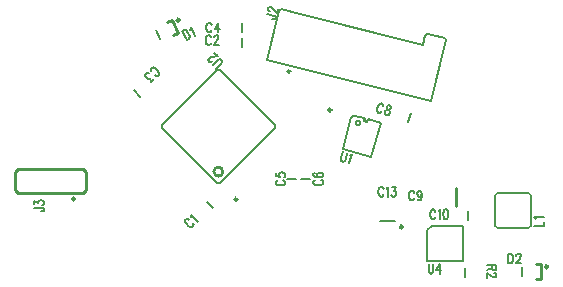
<source format=gto>
*
*
G04 PADS 9.3.1 Build Number: 456998 generated Gerber (RS-274-X) file*
G04 PC Version=2.1*
*
%IN "avago_ssi_rev1.pcb"*%
*
%MOIN*%
*
%FSLAX35Y35*%
*
*
*
*
G04 PC Standard Apertures*
*
*
G04 Thermal Relief Aperture macro.*
%AMTER*
1,1,$1,0,0*
1,0,$1-$2,0,0*
21,0,$3,$4,0,0,45*
21,0,$3,$4,0,0,135*
%
*
*
G04 Annular Aperture macro.*
%AMANN*
1,1,$1,0,0*
1,0,$2,0,0*
%
*
*
G04 Odd Aperture macro.*
%AMODD*
1,1,$1,0,0*
1,0,$1-0.005,0,0*
%
*
*
G04 PC Custom Aperture Macros*
*
*
*
*
*
*
G04 PC Aperture Table*
*
%ADD010C,0.001*%
%ADD013C,0.00787*%
%ADD019C,0.01*%
%ADD039C,0.00787*%
%ADD040C,0.01024*%
%ADD041C,0.005*%
*
*
*
*
G04 PC Circuitry*
G04 Layer Name avago_ssi_rev1.pcb - circuitry*
%LPD*%
*
*
G04 PC Custom Flashes*
G04 Layer Name avago_ssi_rev1.pcb - flashes*
%LPD*%
*
*
G04 PC Circuitry*
G04 Layer Name avago_ssi_rev1.pcb - circuitry*
%LPD*%
*
G54D10*
G54D13*
G01X74699Y142123D02*
X76821Y140003D01*
X86567Y193819D02*
Y196819D01*
X52570Y177099D02*
X50468Y179239D01*
X86563Y198827D02*
Y201827D01*
X101421Y149701D02*
X104421D01*
X106098D02*
X109098D01*
X97462Y166630D02*
X97461Y167743D01*
X79084Y186113*
X77970*
X59601Y167735*
Y166621*
X77979Y148252*
X79092*
X97462Y166630*
X122885Y170263D02*
X123850Y170819D01*
X127296Y169894*
X127092Y169133*
X128185Y168840*
X128389Y169600*
X132595Y168470*
X129532Y157064*
X120027Y159616*
X122885Y170263*
X125807Y168344D02*
G75*
G03X125807I-787J0D01*
G01X142616Y171552D02*
X141838Y168655D01*
X148205Y132551D02*
X149780Y134126D01*
X160016*
Y122315*
X148205*
Y132551*
X149780Y134126*
X160016*
Y122315*
X148205*
Y132551*
X160677Y120031D02*
Y117031D01*
X161894Y138890D02*
Y135890D01*
X170811Y134157D02*
G03X171598Y133370I787J0D01*
G01X170811Y134157D02*
Y144394D01*
X171598Y145181D02*
G03X170811Y144394I0J-787D01*
G01X171598Y145181D02*
X181835D01*
X182622Y144394D02*
G03X181835Y145181I-787J-0D01*
G01X182622Y144394D02*
Y134157D01*
X181835Y133370D02*
G03X182622Y134157I-0J787D01*
G01X181835Y133370D02*
X171598D01*
X137358Y135740D02*
X132358D01*
X57675Y199220D02*
X58924Y196493D01*
X179669Y120370D02*
Y117370D01*
G54D19*
X80035Y152149D02*
G03X80035I-1500J0D01*
G01X84883Y142964D02*
G03X84883I-500J0D01*
G01X116218Y172717D02*
G03X116218I-500J0D01*
G01X102476Y185651D02*
G03X102476I-447J0D01*
G01X140043Y133732D02*
G03X140043I-500J0D01*
G01X157583Y146724D02*
Y140724D01*
X65624Y202716D02*
G03X65624I-500J0D01*
G01X188398Y120445D02*
G03X188398I-500J0D01*
G01X34337Y146047D02*
X33353Y145063D01*
X11699*
X10715Y146047*
Y151953*
X11699Y152937*
X33353*
X34337Y151953*
Y146047*
X30800Y143100D02*
G03X30800I-500J0D01*
G54D39*
G01X154432Y196025D02*
X154002Y196741D01*
X148273Y198175*
X147557Y197746*
X146744Y194499*
X105879Y204728*
X105877Y204721*
X99576Y206298*
X98859Y205869*
X94703Y189263*
X149317Y175592*
X154432Y196025*
G54D40*
X63543Y197661D02*
X64974Y198317D01*
X63006Y202612*
X61575Y201956*
X184354Y116508D02*
X185929D01*
Y121232*
X184354*
G54D41*
X68844Y136122D02*
X68543Y136263D01*
X68161Y136323*
X67890Y136273*
X67568Y135952*
X67518Y135680*
X67578Y135299*
X67719Y134997*
X67970Y134586*
X68523Y134033*
X68934Y133782*
X69236Y133642*
X69236D02*
X69617Y133581D01*
X69889Y133631*
X70210Y133953*
X70260Y134224*
X70200Y134606*
X70059Y134907*
X69457Y136956D02*
X69507Y137227D01*
X69416Y137800*
X71737Y135480*
X76045Y196906D02*
X75932Y197219D01*
X75705Y197531*
X75477Y197687*
X75477D02*
X75023D01*
X75023D02*
X74795Y197531D01*
X74568Y197219*
X74455Y196906*
X74341Y196437*
X74341D02*
Y195656D01*
X74455Y195187*
X74455D02*
X74568Y194875D01*
X74795Y194562*
X74795D02*
X75023Y194406D01*
X75477*
X75705Y194562*
X75705D02*
X75932Y194875D01*
X76045Y195187*
X77182Y196906D02*
Y197062D01*
X77182D02*
X77295Y197375D01*
X77409Y197531*
X77636Y197687*
X77636D02*
X78091D01*
X78091D02*
X78318Y197531D01*
X78432Y197375*
X78545Y197062*
X78545D02*
Y196750D01*
X78432Y196437*
X78432D02*
X78205Y195969D01*
X77068Y194406*
X78659*
X57397Y184340D02*
X57697Y184196D01*
X58078Y184132*
X58350Y184179*
X58675Y184497*
X58728Y184768*
X58672Y185150*
X58534Y185453*
X58287Y185868*
X57741Y186426*
X57332Y186681*
X57032Y186825*
X56651Y186889*
X56379Y186842*
X56054Y186524*
X56001Y186253*
X56057Y185871*
X56195Y185568*
X57051Y182907D02*
X56158Y182033D01*
X55770Y183403*
X55527Y183164*
X55255Y183117*
X55065Y183149*
X54655Y183405*
X54437Y183628*
X54190Y184042*
X54134Y184425*
X54268Y184775*
X54512Y185013*
X54864Y185140*
X54864D02*
X55055Y185108D01*
X55355Y184964*
X76261Y201094D02*
X76148Y201406D01*
X75920Y201719*
X75693Y201875*
X75239*
X75011Y201719*
X74784Y201406*
X74670Y201094*
X74557Y200625*
Y199844*
X74670Y199375*
X74784Y199063*
X74784D02*
X75011Y198750D01*
X75239Y198594*
X75693*
X75920Y198750*
X76148Y199063*
X76148D02*
X76261Y199375D01*
X78420Y201875D02*
X77284Y199688D01*
X77284D02*
X78989D01*
X78420Y201875D02*
Y198594D01*
X98406Y149261D02*
X98094Y149148D01*
X97781Y148920*
X97625Y148693*
Y148239*
X97781Y148011*
X98094Y147784*
X98406Y147670*
X98875Y147557*
X99656*
X100125Y147670*
X100437Y147784*
X100437D02*
X100750Y148011D01*
X100906Y148239*
Y148693*
X100750Y148920*
X100437Y149148*
X100437D02*
X100125Y149261D01*
X97625Y151761D02*
Y150625D01*
X99031Y150511*
X98875Y150625*
X98719Y150966*
Y151307*
X98875Y151648*
X99187Y151875*
X99187D02*
X99656Y151989D01*
X99969Y151875*
X100437Y151761*
X100437D02*
X100750Y151534D01*
X100906Y151193*
Y150852*
X100750Y150511*
X100594Y150398*
X100281Y150284*
X110906Y149375D02*
X110594Y149261D01*
X110281Y149034*
X110125Y148807*
Y148352*
X110281Y148125*
X110594Y147898*
X110906Y147784*
X111375Y147670*
X112156*
X112625Y147784*
X112937Y147898*
X112937D02*
X113250Y148125D01*
X113406Y148352*
Y148807*
X113250Y149034*
X112937Y149261*
X112937D02*
X112625Y149375D01*
X110594Y151761D02*
X110281Y151648D01*
X110125Y151307*
Y151080*
X110281Y150739*
X110750Y150511*
X111531Y150398*
X112312*
X112312D02*
X112937Y150511D01*
X112937D02*
X113250Y150739D01*
X113406Y151080*
Y151193*
X113250Y151534*
X112937Y151761*
X112937D02*
X112469Y151875D01*
X112312*
X112312D02*
X111844Y151761D01*
X111531Y151534*
X111375Y151193*
Y151080*
X111531Y150739*
X111844Y150511*
X112312Y150398*
X77822Y186528D02*
X79479Y188185D01*
X79730Y188597*
X79790Y188978*
X79660Y189330*
X79499Y189491*
X79147Y189621*
X78766Y189561*
X78354Y189310*
X76697Y187652*
X76446Y189008D02*
X76335Y188898D01*
X76034Y188757*
X75843Y188727*
X75572Y188777*
X75250Y189099*
X75200Y189370*
X75230Y189561*
X75371Y189862*
X75592Y190083*
X75893Y190224*
X76385Y190395*
X78294Y190696*
X77169Y191821*
X120002Y158903D02*
X119392Y156640D01*
X119379Y156158*
X119517Y155797*
X119806Y155557*
X120025Y155498*
X120395Y155560*
X120696Y155803*
X120928Y156226*
X121538Y158488*
X122363Y157619D02*
X122623Y157710D01*
X123074Y158074*
X122219Y154906*
X133509Y173901D02*
X133480Y174232D01*
X133342Y174593*
X133164Y174803*
X132725Y174922*
X132465Y174830*
X132164Y174588*
X131973Y174316*
X131741Y173893*
X131537Y173138*
X131525Y172656*
X131553Y172325*
X131691Y171964*
X131870Y171754*
X132309Y171635*
X132569Y171727*
X132870Y171970*
X133061Y172242*
X135248Y174241D02*
X134878Y174179D01*
X134687Y173907*
X134606Y173605*
X134634Y173274*
X134813Y173064*
X135211Y172794*
X135499Y172555*
X135637Y172194*
X135666Y171863*
X135544Y171410*
X135352Y171138*
X135202Y171017*
X134832Y170955*
X134393Y171073*
X134105Y171313*
X134036Y171493*
X134008Y171824*
X134130Y172277*
X134321Y172549*
X134622Y172792*
X134991Y172854*
X135471Y172886*
X135731Y172978*
X135922Y173250*
X136004Y173552*
X135975Y173883*
X135687Y174123*
X135248Y174241*
X94692Y204784D02*
X97117Y204175D01*
X97544Y203951*
X97668Y203803*
X97764Y203544*
X97709Y203324*
X97502Y203141*
X97322Y203069*
X96840Y203073*
X96537Y203149*
X95727Y205696D02*
X95575Y205734D01*
X95300Y205921*
X95176Y206069*
X95080Y206327*
X95191Y206768*
X95397Y206951*
X95577Y207023*
X95907Y207057*
X96211Y206981*
X96486Y206794*
X96885Y206460*
X98124Y204977*
X98511Y206520*
X148590Y121430D02*
Y119086D01*
X148704Y118618*
X148931Y118305*
X149272Y118149*
X149499*
X149840Y118305*
X150067Y118618*
X150181Y119086*
Y121430*
X152340D02*
X151204Y119243D01*
X152908*
X152340Y121430D02*
Y118149D01*
X171241Y120969D02*
X167959D01*
X171241D02*
Y119947D01*
X171084Y119606*
X170928Y119492*
X170616Y119378*
X170303*
X169991Y119492*
X169834Y119606*
X169678Y119947*
Y120969*
Y120174D02*
X167959Y119378D01*
X170459Y118242D02*
X170616D01*
X170928Y118128*
X171084Y118015*
X171241Y117788*
Y117333*
X171084Y117106*
X170928Y116992*
X170616Y116878*
X170303*
X169991Y116992*
X169522Y117219*
X167959Y118356*
Y116765*
X143778Y145074D02*
X143664Y145387D01*
X143437Y145699*
X143210Y145856*
X142755*
X142528Y145699*
X142301Y145387*
X142187Y145074*
X142074Y144606*
Y143824*
X142187Y143356*
X142301Y143043*
X142528Y142731*
X142755Y142574*
X143210*
X143437Y142731*
X143664Y143043*
X143778Y143356*
X146278Y144762D02*
X146164Y144293D01*
X145937Y143981*
X145596Y143824*
X145483*
X145142Y143981*
X144914Y144293*
X144801Y144762*
Y144918*
X144914Y145387*
X145142Y145699*
X145483Y145856*
X145596*
X145937Y145699*
X146164Y145387*
X146278Y144762*
Y143981*
X146164Y143199*
X145937Y142731*
X145596Y142574*
X145369*
X145028Y142731*
X144914Y143043*
X150895Y138790D02*
X150782Y139102D01*
X150554Y139415*
X150327Y139571*
X149873*
X149645Y139415*
X149418Y139102*
X149304Y138790*
X149191Y138321*
Y137540*
X149304Y137071*
X149418Y136759*
X149645Y136446*
X149873Y136290*
X150327*
X150554Y136446*
X150782Y136759*
X150895Y137071*
X151918Y138946D02*
X152145Y139102D01*
X152486Y139571*
Y136290*
X154191Y139571D02*
X153850Y139415D01*
X153623Y138946*
X153509Y138165*
Y137696*
X153623Y136915*
X153850Y136446*
X154191Y136290*
X154418*
X154759Y136446*
X154986Y136915*
X155100Y137696*
Y138165*
X154986Y138946*
X154759Y139415*
X154418Y139571*
X154191*
X183672Y134157D02*
X186953D01*
Y135521*
X184297Y136544D02*
X184140Y136771D01*
X183672Y137112*
X186953*
X133616Y146334D02*
X133502Y146646D01*
X133275Y146959*
X133048Y147115*
X132593*
X132366Y146959*
X132138Y146646*
X132025Y146334*
X131911Y145865*
Y145084*
X132025Y144615*
X132138Y144303*
X132366Y143990*
X132593Y143834*
X133048*
X133275Y143990*
X133502Y144303*
X133616Y144615*
X134638Y146490D02*
X134866Y146646D01*
X135207Y147115*
Y143834*
X136457Y147115D02*
X137707D01*
X137025Y145865*
X137366*
X137593Y145709*
X137707Y145553*
X137820Y145084*
Y144771*
X137707Y144303*
X137479Y143990*
X137138Y143834*
X136798*
X136457Y143990*
X136343Y144146*
X136229Y144459*
X66567Y198948D02*
X67933Y195964D01*
X66567Y198948D02*
X67290Y199279D01*
X67665*
X68002Y199089*
X68235Y198852*
X68534Y198473*
X68859Y197763*
X68951Y197289*
X68978Y196958*
X68901Y196579*
X68656Y196295*
X67933Y195964*
X69204Y199467D02*
X69345Y199704D01*
X69460Y200272*
X70826Y197289*
X175170Y124875D02*
Y121594D01*
Y124875D02*
X175966D01*
X176307Y124719*
X176534Y124406*
X176648Y124094*
X176761Y123625*
Y122844*
X176648Y122375*
X176534Y122063*
X176534D02*
X176307Y121750D01*
X175966Y121594*
X175170*
X177898Y124094D02*
Y124250D01*
X178011Y124563*
X178011D02*
X178125Y124719D01*
X178352Y124875*
X178807*
X179034Y124719*
X179148Y124563*
X179148D02*
X179261Y124250D01*
Y123938*
X179261D02*
X179148Y123625D01*
X178920Y123156*
X177784Y121594*
X179375*
X17125Y140034D02*
X19625D01*
X20094Y139920*
X20250Y139807*
X20406Y139580*
Y139352*
X20250Y139125*
X20094Y139011*
X19625Y138898*
X19313*
X17125Y141284D02*
Y142534D01*
X18375Y141852*
Y142193*
X18531Y142420*
X18688Y142534*
X18688D02*
X19156Y142648D01*
X19469*
X19938Y142534*
X19938D02*
X20250Y142307D01*
X20406Y141966*
Y141625*
X20250Y141284*
X20094Y141170*
X19781Y141057*
G74*
X0Y0D02*
M02*

</source>
